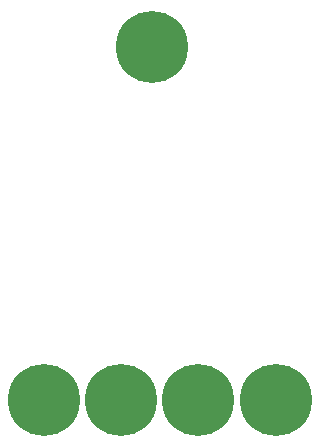
<source format=gbs>
G04 Layer: BottomSolderMaskLayer*
G04 EasyEDA v6.5.38, 2023-11-10 20:44:27*
G04 a2ce8b3098ff4e71ad7b38c7765d7841,93b1fbd85c6d4c91ac372c37b1ebbe7b,10*
G04 Gerber Generator version 0.2*
G04 Scale: 100 percent, Rotated: No, Reflected: No *
G04 Dimensions in millimeters *
G04 leading zeros omitted , absolute positions ,4 integer and 5 decimal *
%FSLAX45Y45*%
%MOMM*%

%ADD10C,6.1016*%
%ADD11C,1.6256*%

%LPD*%
D10*
G01*
X2176602Y4978400D03*
G01*
X1256766Y1984400D03*
G01*
X2567406Y1984400D03*
G01*
X3222752Y1984400D03*
G01*
X1912112Y1984400D03*
D11*
G01*
X2346604Y4978400D03*
G01*
X2006600Y4978400D03*
G01*
X1426743Y1984400D03*
G01*
X1086764Y1984400D03*
G01*
X2082088Y1984400D03*
G01*
X1742109Y1984400D03*
G01*
X2737408Y1984400D03*
G01*
X2397404Y1984400D03*
G01*
X3392754Y1984400D03*
G01*
X3052749Y1984400D03*
M02*

</source>
